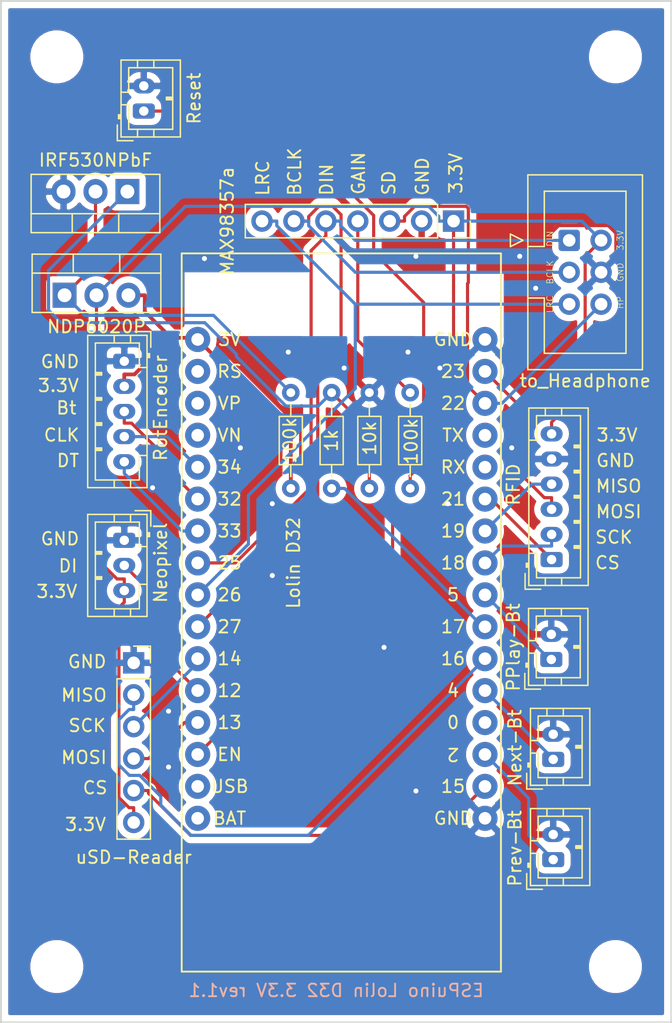
<source format=kicad_pcb>
(kicad_pcb (version 20171130) (host pcbnew 5.1.5+dfsg1-2build2)
  (layers (0 F.Cu signal) (31 B.Cu signal) (34 B.Paste user) (35 F.Paste user) (36 B.SilkS user) (37 F.SilkS user) (38 B.Mask user) (39 F.Mask user) (44 Edge.Cuts user))
  (net 0 "")
  (net 1 I2S_LRC)
  (net 2 I2S_BCLK)
  (net 3 DIN)
  (net 4 "Net-(J1-Pad4)")
  (net 5 Headphone)
  (net 6 GND)
  (net 7 SW_Power3.3)
  (net 8 NEO_DO)
  (net 9 +3V3)
  (net 10 ROTENC_BUT)
  (net 11 ROTENC_CLK)
  (net 12 ROTENC_DT)
  (net 13 BUT_NEXT)
  (net 14 CS_RFID)
  (net 15 SCK_RFID)
  (net 16 MOSI_RFID)
  (net 17 MISO_RFID)
  (net 18 BUT_PREV)
  (net 19 BUT_PPLAY)
  (net 20 MISO_SD)
  (net 21 SCK_SD)
  (net 22 MOSI_SD)
  (net 23 CS_SD)
  (net 24 "Net-(M1-Pad13)")
  (net 25 "Net-(M1-Pad14)")
  (net 26 "Net-(M1-Pad15)")
  (net 27 "Net-(M1-Pad20)")
  (net 28 "Net-(M1-Pad23)")
  (net 29 "Net-(Q1-Pad1)")
  (net 30 "Net-(Q2-Pad1)")
  (net 31 "Net-(M1-Pad1)")
  (net 32 "Net-(M1-Pad2)")
  (net 33 "Net-(M1-Pad28)")
  (net 34 "Net-(M1-Pad29)")
  (net 35 EN)
  (module MountingHole:MountingHole_3.2mm_M3 (layer F.Cu) (at 106.045 23.495)
    (fp_text reference H1 hide)
    (fp_text value MountingHole hide)
    (pad 1 np_thru_hole circle (at 0 0) (size 3.2 3.2) (drill 3.2) (layers *.Cu *.Mask))
  )
  (module MountingHole:MountingHole_3.2mm_M3 (layer F.Cu) (at 150.495 23.495)
    (fp_text reference H2 hide)
    (fp_text value MountingHole hide)
    (pad 1 np_thru_hole circle (at 0 0) (size 3.2 3.2) (drill 3.2) (layers *.Cu *.Mask))
  )
  (module MountingHole:MountingHole_3.2mm_M3 (layer F.Cu) (at 106.045 95.885)
    (fp_text reference H3 hide)
    (fp_text value MountingHole hide)
    (pad 1 np_thru_hole circle (at 0 0) (size 3.2 3.2) (drill 3.2) (layers *.Cu *.Mask))
  )
  (module MountingHole:MountingHole_3.2mm_M3 (layer F.Cu) (at 150.495 95.885)
    (fp_text reference H4 hide)
    (fp_text value MountingHole hide)
    (pad 1 np_thru_hole circle (at 0 0) (size 3.2 3.2) (drill 3.2) (layers *.Cu *.Mask))
  )
  (module Connector_JST:JST_PH_B3B-PH-K_1x03_P2.00mm_Vertical (layer F.Cu) (at 111.412 61.968 270)
    (fp_text reference J2 hide)
    (fp_text value Neopixel (at 1.786 -2.888 90) (layer F.SilkS))
    (pad 1 thru_hole roundrect (at 0 0 270) (size 1.2 1.75) (drill 0.75) (layers *.Cu *.Mask) (roundrect_rratio 0.2083325) (net 6 GND))
    (pad 2 thru_hole oval (at 2 0 270) (size 1.2 1.75) (drill 0.75) (layers *.Cu *.Mask) (net 8 NEO_DO))
    (pad 3 thru_hole oval (at 4 0 270) (size 1.2 1.75) (drill 0.75) (layers *.Cu *.Mask) (net 7 SW_Power3.3))
  )
  (module Connector_IDC:IDC-Header_2x03_P2.54mm_Vertical (layer F.Cu) (at 146.812 38.1)
    (fp_text reference J3 hide)
    (fp_text value to_Headphone (at 1.27 11.18) (layer F.SilkS))
    (pad 1 thru_hole roundrect (at 0 0) (size 1.7 1.7) (drill 1) (layers *.Cu *.Mask) (roundrect_rratio 0.1470588235294118) (net 3 DIN))
    (pad 3 thru_hole circle (at 0 2.54) (size 1.7 1.7) (drill 1) (layers *.Cu *.Mask) (net 2 I2S_BCLK))
    (pad 5 thru_hole circle (at 0 5.08) (size 1.7 1.7) (drill 1) (layers *.Cu *.Mask) (net 1 I2S_LRC))
    (pad 2 thru_hole circle (at 2.54 0) (size 1.7 1.7) (drill 1) (layers *.Cu *.Mask) (net 7 SW_Power3.3))
    (pad 4 thru_hole circle (at 2.54 2.54) (size 1.7 1.7) (drill 1) (layers *.Cu *.Mask) (net 6 GND))
    (pad 6 thru_hole circle (at 2.54 5.08) (size 1.7 1.7) (drill 1) (layers *.Cu *.Mask) (net 5 Headphone))
  )
  (module Connector_JST:JST_PH_B5B-PH-K_1x05_P2.00mm_Vertical (layer F.Cu) (at 111.412 47.718 270)
    (fp_text reference J4 hide)
    (fp_text value RotEncoder (at 3.717 -2.888 90) (layer F.SilkS))
    (pad 1 thru_hole roundrect (at 0 0 270) (size 1.2 1.75) (drill 0.75) (layers *.Cu *.Mask) (roundrect_rratio 0.2083325) (net 6 GND))
    (pad 2 thru_hole oval (at 2 0 270) (size 1.2 1.75) (drill 0.75) (layers *.Cu *.Mask) (net 9 +3V3))
    (pad 3 thru_hole oval (at 4 0 270) (size 1.2 1.75) (drill 0.75) (layers *.Cu *.Mask) (net 10 ROTENC_BUT))
    (pad 4 thru_hole oval (at 6 0 270) (size 1.2 1.75) (drill 0.75) (layers *.Cu *.Mask) (net 11 ROTENC_CLK))
    (pad 5 thru_hole oval (at 8 0 270) (size 1.2 1.75) (drill 0.75) (layers *.Cu *.Mask) (net 12 ROTENC_DT))
  )
  (module Connector_JST:JST_PH_B2B-PH-K_1x02_P2.00mm_Vertical (layer F.Cu) (at 145.542 79.4004 90)
    (fp_text reference J5 hide)
    (fp_text value Next-Bt (at 0.9144 -3.048 90) (layer F.SilkS))
    (pad 1 thru_hole roundrect (at 0 0 90) (size 1.2 1.75) (drill 0.75) (layers *.Cu *.Mask) (roundrect_rratio 0.2083325) (net 13 BUT_NEXT))
    (pad 2 thru_hole oval (at 2 0 90) (size 1.2 1.75) (drill 0.75) (layers *.Cu *.Mask) (net 6 GND))
  )
  (module Connector_JST:JST_PH_B6B-PH-K_1x06_P2.00mm_Vertical (layer F.Cu) (at 145.412 63.5 90)
    (fp_text reference J6 hide)
    (fp_text value RFID (at 5.969 -3.045 90) (layer F.SilkS))
    (pad 1 thru_hole roundrect (at 0 0 90) (size 1.2 1.75) (drill 0.75) (layers *.Cu *.Mask) (roundrect_rratio 0.2083325) (net 14 CS_RFID))
    (pad 2 thru_hole oval (at 2 0 90) (size 1.2 1.75) (drill 0.75) (layers *.Cu *.Mask) (net 15 SCK_RFID))
    (pad 3 thru_hole oval (at 4 0 90) (size 1.2 1.75) (drill 0.75) (layers *.Cu *.Mask) (net 16 MOSI_RFID))
    (pad 4 thru_hole oval (at 6 0 90) (size 1.2 1.75) (drill 0.75) (layers *.Cu *.Mask) (net 17 MISO_RFID))
    (pad 5 thru_hole oval (at 8 0 90) (size 1.2 1.75) (drill 0.75) (layers *.Cu *.Mask) (net 6 GND))
    (pad 6 thru_hole oval (at 10 0 90) (size 1.2 1.75) (drill 0.75) (layers *.Cu *.Mask) (net 7 SW_Power3.3))
  )
  (module Connector_JST:JST_PH_B2B-PH-K_1x02_P2.00mm_Vertical (layer F.Cu) (at 145.542 87.376 90)
    (fp_text reference J7 hide)
    (fp_text value Prev-Bt hide)
    (pad 2 thru_hole oval (at 2 0 90) (size 1.2 1.75) (drill 0.75) (layers *.Cu *.Mask) (net 6 GND))
    (pad 1 thru_hole roundrect (at 0 0 90) (size 1.2 1.75) (drill 0.75) (layers *.Cu *.Mask) (roundrect_rratio 0.2083325) (net 18 BUT_PREV))
  )
  (module Connector_JST:JST_PH_B2B-PH-K_1x02_P2.00mm_Vertical (layer F.Cu) (at 145.39 71.4502 90)
    (fp_text reference J8 hide)
    (fp_text value PPlay-Bt (at 0.9652 -3.023 90) (layer F.SilkS))
    (pad 1 thru_hole roundrect (at 0 0 90) (size 1.2 1.75) (drill 0.75) (layers *.Cu *.Mask) (roundrect_rratio 0.2083325) (net 19 BUT_PPLAY))
    (pad 2 thru_hole oval (at 2 0 90) (size 1.2 1.75) (drill 0.75) (layers *.Cu *.Mask) (net 6 GND))
  )
  (module footprints:LolinD32 (layer F.Cu) (at 127.412 63.768 90)
    (fp_text reference M1 hide)
    (fp_text value "Lolin D32" (at 0 -2.54 90) (layer F.SilkS))
    (fp_text user BAT (at -20.32 -7.62) (layer F.SilkS))
    (fp_text user USB (at -17.78 -7.62) (layer F.SilkS))
    (fp_text user EN (at -15.24 -7.62) (layer F.SilkS))
    (fp_text user 13 (at -12.7 -7.62) (layer F.SilkS))
    (fp_text user 12 (at -10.16 -7.62) (layer F.SilkS))
    (fp_text user 14 (at -7.62 -7.62) (layer F.SilkS))
    (fp_text user 27 (at -5.08 -7.62) (layer F.SilkS))
    (fp_text user 26 (at -2.54 -7.62) (layer F.SilkS))
    (fp_text user 25 (at 0 -7.62) (layer F.SilkS))
    (fp_text user 33 (at 2.54 -7.62) (layer F.SilkS))
    (fp_text user 32 (at 5.08 -7.62) (layer F.SilkS))
    (fp_text user 34 (at 7.62 -7.62) (layer F.SilkS))
    (fp_text user VN (at 10.16 -7.62) (layer F.SilkS))
    (fp_text user VP (at 12.7 -7.62) (layer F.SilkS))
    (fp_text user RS (at 15.24 -7.62) (layer F.SilkS))
    (fp_text user 3V (at 17.78 -7.62) (layer F.SilkS))
    (fp_text user GND (at -20.32 10.16) (layer F.SilkS))
    (fp_text user 15 (at -17.78 10.16) (layer F.SilkS))
    (fp_text user 2 (at -15.24 10.16 180 unlocked) (layer F.SilkS))
    (fp_text user 0 (at -12.7 10.16) (layer F.SilkS))
    (fp_text user 4 (at -10.16 10.16) (layer F.SilkS))
    (fp_text user 16 (at -7.62 10.16) (layer F.SilkS))
    (fp_text user 17 (at -5.08 10.16) (layer F.SilkS))
    (fp_text user 5 (at -2.54 10.16) (layer F.SilkS))
    (fp_text user 18 (at 0 10.16) (layer F.SilkS))
    (fp_text user 19 (at 2.54 10.16) (layer F.SilkS))
    (fp_text user 21 (at 5.08 10.16) (layer F.SilkS))
    (fp_text user RX (at 7.62 10.16) (layer F.SilkS))
    (fp_text user TX (at 10.16 10.16) (layer F.SilkS))
    (fp_text user 22 (at 12.7 10.16) (layer F.SilkS))
    (fp_text user 23 (at 15.24 10.16) (layer F.SilkS))
    (fp_text user GND (at 17.78 10.16) (layer F.SilkS))
    (pad 1 thru_hole circle (at -20.32 -10.16 90) (size 2 2) (drill 1) (layers *.Cu *.Mask) (net 31 "Net-(M1-Pad1)"))
    (pad 2 thru_hole circle (at -17.78 -10.16 90) (size 2 2) (drill 1) (layers *.Cu *.Mask) (net 32 "Net-(M1-Pad2)"))
    (pad 3 thru_hole circle (at -15.24 -10.16 90) (size 2 2) (drill 1) (layers *.Cu *.Mask) (net 35 EN))
    (pad 4 thru_hole circle (at -12.7 -10.16 90) (size 2 2) (drill 1) (layers *.Cu *.Mask) (net 22 MOSI_SD))
    (pad 5 thru_hole circle (at -10.16 -10.16 90) (size 2 2) (drill 1) (layers *.Cu *.Mask) (net 8 NEO_DO))
    (pad 6 thru_hole circle (at -7.62 -10.16 90) (size 2 2) (drill 1) (layers *.Cu *.Mask) (net 21 SCK_SD))
    (pad 7 thru_hole circle (at -5.08 -10.16 90) (size 2 2) (drill 1) (layers *.Cu *.Mask) (net 2 I2S_BCLK))
    (pad 8 thru_hole circle (at -2.54 -10.16 90) (size 2 2) (drill 1) (layers *.Cu *.Mask) (net 1 I2S_LRC))
    (pad 9 thru_hole circle (at 0 -10.16 90) (size 2 2) (drill 1) (layers *.Cu *.Mask) (net 3 DIN))
    (pad 10 thru_hole circle (at 2.54 -10.16 90) (size 2 2) (drill 1) (layers *.Cu *.Mask) (net 12 ROTENC_DT))
    (pad 11 thru_hole circle (at 5.08 -10.16 90) (size 2 2) (drill 1) (layers *.Cu *.Mask) (net 10 ROTENC_BUT))
    (pad 12 thru_hole circle (at 7.62 -10.16 90) (size 2 2) (drill 1) (layers *.Cu *.Mask) (net 11 ROTENC_CLK))
    (pad 13 thru_hole circle (at 10.16 -10.16 90) (size 2 2) (drill 1) (layers *.Cu *.Mask) (net 24 "Net-(M1-Pad13)"))
    (pad 14 thru_hole circle (at 12.7 -10.16 90) (size 2 2) (drill 1) (layers *.Cu *.Mask) (net 25 "Net-(M1-Pad14)"))
    (pad 15 thru_hole circle (at 15.24 -10.16 90) (size 2 2) (drill 1) (layers *.Cu *.Mask) (net 26 "Net-(M1-Pad15)"))
    (pad 16 thru_hole circle (at 17.78 -10.16 90) (size 2 2) (drill 1) (layers *.Cu *.Mask) (net 9 +3V3))
    (pad 17 thru_hole circle (at -20.32 12.7 90) (size 2 2) (drill 1) (layers *.Cu *.Mask) (net 6 GND))
    (pad 18 thru_hole circle (at -17.78 12.7 90) (size 2 2) (drill 1) (layers *.Cu *.Mask) (net 23 CS_SD))
    (pad 19 thru_hole circle (at -15.24 12.7 90) (size 2 2) (drill 1) (layers *.Cu *.Mask) (net 18 BUT_PREV))
    (pad 20 thru_hole circle (at -12.7 12.7 90) (size 2 2) (drill 1) (layers *.Cu *.Mask) (net 27 "Net-(M1-Pad20)"))
    (pad 21 thru_hole circle (at -10.16 12.7 90) (size 2 2) (drill 1) (layers *.Cu *.Mask) (net 13 BUT_NEXT))
    (pad 22 thru_hole circle (at -7.62 12.7 90) (size 2 2) (drill 1) (layers *.Cu *.Mask) (net 20 MISO_SD))
    (pad 23 thru_hole circle (at -5.08 12.7 90) (size 2 2) (drill 1) (layers *.Cu *.Mask) (net 28 "Net-(M1-Pad23)"))
    (pad 24 thru_hole circle (at -2.54 12.7 90) (size 2 2) (drill 1) (layers *.Cu *.Mask) (net 19 BUT_PPLAY))
    (pad 25 thru_hole circle (at 0 12.7 90) (size 2 2) (drill 1) (layers *.Cu *.Mask) (net 15 SCK_RFID))
    (pad 26 thru_hole circle (at 2.54 12.7 90) (size 2 2) (drill 1) (layers *.Cu *.Mask) (net 17 MISO_RFID))
    (pad 27 thru_hole circle (at 5.08 12.7 90) (size 2 2) (drill 1) (layers *.Cu *.Mask) (net 14 CS_RFID))
    (pad 28 thru_hole circle (at 7.62 12.7 90) (size 2 2) (drill 1) (layers *.Cu *.Mask) (net 33 "Net-(M1-Pad28)"))
    (pad 29 thru_hole circle (at 10.16 12.7 90) (size 2 2) (drill 1) (layers *.Cu *.Mask) (net 34 "Net-(M1-Pad29)"))
    (pad 30 thru_hole circle (at 12.7 12.7 90) (size 2 2) (drill 1) (layers *.Cu *.Mask) (net 5 Headphone))
    (pad 31 thru_hole circle (at 15.24 12.7 90) (size 2 2) (drill 1) (layers *.Cu *.Mask) (net 16 MOSI_RFID))
    (pad 32 thru_hole circle (at 17.78 12.7 90) (size 2 2) (drill 1) (layers *.Cu *.Mask) (net 6 GND))
  )
  (module Package_TO_SOT_THT:TO-220-3_Vertical (layer F.Cu) (at 106.662 42.468)
    (fp_text reference Q1 hide)
    (fp_text value NDP6020P (at 2.54 2.5) (layer F.SilkS))
    (pad 3 thru_hole oval (at 5.08 0) (size 1.905 2) (drill 1.1) (layers *.Cu *.Mask) (net 9 +3V3))
    (pad 2 thru_hole oval (at 2.54 0) (size 1.905 2) (drill 1.1) (layers *.Cu *.Mask) (net 7 SW_Power3.3))
    (pad 1 thru_hole rect (at 0 0) (size 1.905 2) (drill 1.1) (layers *.Cu *.Mask) (net 29 "Net-(Q1-Pad1)"))
  )
  (module Package_TO_SOT_THT:TO-220-3_Vertical (layer F.Cu) (at 111.662 34.218 180)
    (fp_text reference Q2 hide)
    (fp_text value IRF530NPbF (at 2.54 2.5) (layer F.SilkS))
    (pad 1 thru_hole rect (at 0 0 180) (size 1.905 2) (drill 1.1) (layers *.Cu *.Mask) (net 30 "Net-(Q2-Pad1)"))
    (pad 2 thru_hole oval (at 2.54 0 180) (size 1.905 2) (drill 1.1) (layers *.Cu *.Mask) (net 29 "Net-(Q1-Pad1)"))
    (pad 3 thru_hole oval (at 5.08 0 180) (size 1.905 2) (drill 1.1) (layers *.Cu *.Mask) (net 6 GND))
  )
  (module Resistor_THT:R_Axial_DIN0204_L3.6mm_D1.6mm_P7.62mm_Horizontal (layer F.Cu) (at 134.162 50.218 270)
    (fp_text reference R1 hide)
    (fp_text value 100k (at 3.884 -0.077 90) (layer F.SilkS))
    (pad 2 thru_hole oval (at 7.62 0 270) (size 1.4 1.4) (drill 0.7) (layers *.Cu *.Mask) (net 7 SW_Power3.3))
    (pad 1 thru_hole circle (at 0 0 270) (size 1.4 1.4) (drill 0.7) (layers *.Cu *.Mask) (net 4 "Net-(J1-Pad4)"))
  )
  (module Resistor_THT:R_Axial_DIN0204_L3.6mm_D1.6mm_P7.62mm_Horizontal (layer F.Cu) (at 127.912 50.218 270)
    (fp_text reference R2 hide)
    (fp_text value 1k (at 3.81 0.023 90) (layer F.SilkS))
    (pad 1 thru_hole circle (at 0 0 270) (size 1.4 1.4) (drill 0.7) (layers *.Cu *.Mask) (net 30 "Net-(Q2-Pad1)"))
    (pad 2 thru_hole oval (at 7.62 0 270) (size 1.4 1.4) (drill 0.7) (layers *.Cu *.Mask) (net 28 "Net-(M1-Pad23)"))
  )
  (module Resistor_THT:R_Axial_DIN0204_L3.6mm_D1.6mm_P7.62mm_Horizontal (layer F.Cu) (at 124.662 50.218 270)
    (fp_text reference R3 hide)
    (fp_text value 100k (at 3.81 0.075 90) (layer F.SilkS))
    (pad 1 thru_hole circle (at 0 0 270) (size 1.4 1.4) (drill 0.7) (layers *.Cu *.Mask) (net 29 "Net-(Q1-Pad1)"))
    (pad 2 thru_hole oval (at 7.62 0 270) (size 1.4 1.4) (drill 0.7) (layers *.Cu *.Mask) (net 9 +3V3))
  )
  (module Resistor_THT:R_Axial_DIN0204_L3.6mm_D1.6mm_P7.62mm_Horizontal (layer F.Cu) (at 130.912 50.218 270)
    (fp_text reference R4 hide)
    (fp_text value 10k (at 3.63 -0.025 90) (layer F.SilkS))
    (pad 2 thru_hole oval (at 7.62 0 270) (size 1.4 1.4) (drill 0.7) (layers *.Cu *.Mask) (net 30 "Net-(Q2-Pad1)"))
    (pad 1 thru_hole circle (at 0 0 270) (size 1.4 1.4) (drill 0.7) (layers *.Cu *.Mask) (net 6 GND))
  )
  (module Connector_PinSocket_2.54mm:PinSocket_1x07_P2.54mm_Vertical (layer F.Cu) (at 137.612 36.568 270)
    (fp_text reference J1 hide)
    (fp_text value MAX98357a (at 0 18.01 90) (layer F.SilkS))
    (pad 1 thru_hole rect (at 0 0 270) (size 1.7 1.7) (drill 1) (layers *.Cu *.Mask) (net 7 SW_Power3.3))
    (pad 2 thru_hole oval (at 0 2.54 270) (size 1.7 1.7) (drill 1) (layers *.Cu *.Mask) (net 6 GND))
    (pad 3 thru_hole oval (at 0 5.08 270) (size 1.7 1.7) (drill 1) (layers *.Cu *.Mask) (net 5 Headphone))
    (pad 4 thru_hole oval (at 0 7.62 270) (size 1.7 1.7) (drill 1) (layers *.Cu *.Mask) (net 4 "Net-(J1-Pad4)"))
    (pad 5 thru_hole oval (at 0 10.16 270) (size 1.7 1.7) (drill 1) (layers *.Cu *.Mask) (net 3 DIN))
    (pad 6 thru_hole oval (at 0 12.7 270) (size 1.7 1.7) (drill 1) (layers *.Cu *.Mask) (net 2 I2S_BCLK))
    (pad 7 thru_hole oval (at 0 15.24 270) (size 1.7 1.7) (drill 1) (layers *.Cu *.Mask) (net 1 I2S_LRC))
  )
  (module Connector_JST:JST_PH_B2B-PH-K_1x02_P2.00mm_Vertical (layer F.Cu) (at 112.966 27.813 90)
    (fp_text reference J9 hide)
    (fp_text value Reset (at 1 4 90) (layer F.SilkS))
    (pad 1 thru_hole roundrect (at 0 0 90) (size 1.2 1.75) (drill 0.75) (layers *.Cu *.Mask) (roundrect_rratio 0.2083325) (net 35 EN))
    (pad 2 thru_hole oval (at 2 0 90) (size 1.2 1.75) (drill 0.75) (layers *.Cu *.Mask) (net 6 GND))
  )
  (module Connector_PinSocket_2.54mm:PinSocket_1x06_P2.54mm_Vertical (layer F.Cu) (at 112.162 71.718)
    (fp_text reference J10 hide)
    (fp_text value uSD-Reader (at 0 15.47) (layer F.SilkS))
    (pad 1 thru_hole rect (at 0 0) (size 1.7 1.7) (drill 1) (layers *.Cu *.Mask) (net 6 GND))
    (pad 2 thru_hole oval (at 0 2.54) (size 1.7 1.7) (drill 1) (layers *.Cu *.Mask) (net 20 MISO_SD))
    (pad 3 thru_hole oval (at 0 5.08) (size 1.7 1.7) (drill 1) (layers *.Cu *.Mask) (net 21 SCK_SD))
    (pad 4 thru_hole oval (at 0 7.62) (size 1.7 1.7) (drill 1) (layers *.Cu *.Mask) (net 22 MOSI_SD))
    (pad 5 thru_hole oval (at 0 10.16) (size 1.7 1.7) (drill 1) (layers *.Cu *.Mask) (net 23 CS_SD))
    (pad 6 thru_hole oval (at 0 12.7) (size 1.7 1.7) (drill 1) (layers *.Cu *.Mask) (net 7 SW_Power3.3))
  )
  (gr_line (start 101.6 100.33) (end 101.6 19.05) (layer Edge.Cuts) (width 0.15))
  (gr_line (start 154.94 100.33) (end 101.6 100.33) (layer Edge.Cuts) (width 0.15))
  (gr_line (start 154.94 19.05) (end 154.94 100.33) (layer Edge.Cuts) (width 0.15))
  (gr_line (start 101.6 19.05) (end 154.94 19.05) (layer Edge.Cuts) (width 0.15))
  (gr_text "ESPuino Lolin D32 3.3V rev1.1" (at 128.27 97.79) (layer B.SilkS) (effects (font (size 1 1)) (justify mirror)))
  (gr_text 3.3V (at 137.795 32.766 90) (layer F.SilkS) (effects (font (size 1 1))))
  (gr_text GND (at 135.128 33.02 90) (layer F.SilkS) (effects (font (size 1 1))))
  (gr_text SD (at 132.461 33.528 90) (layer F.SilkS) (effects (font (size 1 1))))
  (gr_text GAIN (at 130.048 32.766 90) (layer F.SilkS) (effects (font (size 1 1))))
  (gr_text DIN (at 127.508 33.274 90) (layer F.SilkS) (effects (font (size 1 1))))
  (gr_text BCLK (at 124.968 32.639 90) (layer F.SilkS) (effects (font (size 1 1))))
  (gr_text LRC (at 122.428 33.147 90) (layer F.SilkS) (effects (font (size 1 1))))
  (gr_text LRC (at 145.288 43.18 90) (layer F.SilkS) (effects (font (size 0.5 0.5) (thickness 0.05))))
  (gr_text BCLK (at 145.288 40.64 90) (layer F.SilkS) (effects (font (size 0.5 0.5) (thickness 0.05))))
  (gr_text DIN (at 145.288 37.973 90) (layer F.SilkS) (effects (font (size 0.5 0.5) (thickness 0.05))))
  (gr_text 3.3V (at 150.876 38.1 90) (layer F.SilkS) (effects (font (size 0.5 0.5) (thickness 0.05))))
  (gr_text GND (at 150.876 40.64 90) (layer F.SilkS) (effects (font (size 0.5 0.5) (thickness 0.05))))
  (gr_text HP (at 150.876 43.053 90) (layer F.SilkS) (effects (font (size 0.5 0.5) (thickness 0.05))))
  (gr_text CS (at 149.86 63.754) (layer F.SilkS) (effects (font (size 1 1))))
  (gr_text SCK (at 150.368 61.722) (layer F.SilkS) (effects (font (size 1 1))))
  (gr_text MOSI (at 150.749 59.69) (layer F.SilkS) (effects (font (size 1 1))))
  (gr_text MISO (at 150.749 57.658) (layer F.SilkS) (effects (font (size 1 1))))
  (gr_text GND (at 150.495 55.626) (layer F.SilkS) (effects (font (size 1 1))))
  (gr_text 3.3V (at 150.622 53.594) (layer F.SilkS) (effects (font (size 1 1))))
  (gr_text Prev-Bt (at 142.494 86.487 90) (layer F.SilkS) (effects (font (size 1 1))))
  (gr_text 3.3V (at 108.331 84.582) (layer F.SilkS) (effects (font (size 1 1))))
  (gr_text CS (at 109.093 81.661) (layer F.SilkS) (effects (font (size 1 1))))
  (gr_text MOSI (at 108.204 79.248) (layer F.SilkS) (effects (font (size 1 1))))
  (gr_text SCK (at 108.458 76.708) (layer F.SilkS) (effects (font (size 1 1))))
  (gr_text MISO (at 108.204 74.295) (layer F.SilkS) (effects (font (size 1 1))))
  (gr_text GND (at 108.458 71.628) (layer F.SilkS) (effects (font (size 1 1))))
  (gr_text 3.3V (at 106.045 66.04) (layer F.SilkS) (effects (font (size 1 1))))
  (gr_text DI (at 106.934 64.008) (layer F.SilkS) (effects (font (size 1 1))))
  (gr_text GND (at 106.299 61.849) (layer F.SilkS) (effects (font (size 1 1))))
  (gr_text DT (at 106.934 55.626) (layer F.SilkS) (effects (font (size 1 1))))
  (gr_text CLK (at 106.426 53.594) (layer F.SilkS) (effects (font (size 1 1))))
  (gr_text Bt (at 106.807 51.435) (layer F.SilkS) (effects (font (size 1 1))))
  (gr_text 3.3V (at 106.172 49.657) (layer F.SilkS) (effects (font (size 1 1))))
  (gr_text GND (at 106.299 47.752) (layer F.SilkS) (effects (font (size 1 1))))
  (segment (start 129.792 43.18) (end 146.812 43.18) (width 0.25) (layer B.Cu) (net 1))
  (segment (start 123.5473 36.568) (end 123.5473 36.9353) (width 0.25) (layer B.Cu) (net 1))
  (segment (start 123.5473 36.9353) (end 129.792 43.18) (width 0.25) (layer B.Cu) (net 1))
  (segment (start 117.252 66.308) (end 121.287 62.273) (width 0.25) (layer B.Cu) (net 1))
  (segment (start 121.287 62.273) (end 121.287 58.3929) (width 0.25) (layer B.Cu) (net 1))
  (segment (start 121.287 58.3929) (end 129.792 49.8879) (width 0.25) (layer B.Cu) (net 1))
  (segment (start 129.792 49.8879) (end 129.792 43.18) (width 0.25) (layer B.Cu) (net 1))
  (segment (start 122.372 36.568) (end 123.5473 36.568) (width 0.25) (layer B.Cu) (net 1))
  (segment (start 124.912 36.568) (end 126.0873 36.568) (width 0.25) (layer F.Cu) (net 2))
  (segment (start 126.0873 36.568) (end 126.0873 36.2007) (width 0.25) (layer F.Cu) (net 2))
  (segment (start 126.0873 36.2007) (end 126.903 35.385) (width 0.25) (layer F.Cu) (net 2))
  (segment (start 126.903 35.385) (end 127.9847 35.385) (width 0.25) (layer F.Cu) (net 2))
  (segment (start 127.9847 35.385) (end 128.6606 36.0609) (width 0.25) (layer F.Cu) (net 2))
  (segment (start 128.6606 36.0609) (end 128.6606 46.0482) (width 0.25) (layer F.Cu) (net 2))
  (segment (start 128.6606 46.0482) (end 126.8069 47.9019) (width 0.25) (layer F.Cu) (net 2))
  (segment (start 126.8069 47.9019) (end 126.8069 59.2931) (width 0.25) (layer F.Cu) (net 2))
  (segment (start 126.8069 59.2931) (end 117.252 68.848) (width 0.25) (layer F.Cu) (net 2))
  (segment (start 124.912 36.568) (end 126.0873 36.568) (width 0.25) (layer B.Cu) (net 2))
  (segment (start 126.0873 36.568) (end 126.0873 36.9353) (width 0.25) (layer B.Cu) (net 2))
  (segment (start 126.0873 36.9353) (end 129.792 40.64) (width 0.25) (layer B.Cu) (net 2))
  (segment (start 129.792 40.64) (end 146.812 40.64) (width 0.25) (layer B.Cu) (net 2))
  (segment (start 127.452 36.568) (end 127.452 37.7433) (width 0.25) (layer F.Cu) (net 3))
  (segment (start 127.452 37.7433) (end 126.2767 38.9186) (width 0.25) (layer F.Cu) (net 3))
  (segment (start 126.2767 38.9186) (end 126.2767 57.7399) (width 0.25) (layer F.Cu) (net 3))
  (segment (start 126.2767 57.7399) (end 120.2486 63.768) (width 0.25) (layer F.Cu) (net 3))
  (segment (start 120.2486 63.768) (end 117.252 63.768) (width 0.25) (layer F.Cu) (net 3))
  (segment (start 127.452 36.568) (end 128.6273 36.568) (width 0.25) (layer B.Cu) (net 3))
  (segment (start 128.6273 36.568) (end 128.6273 36.9353) (width 0.25) (layer B.Cu) (net 3))
  (segment (start 128.6273 36.9353) (end 129.792 38.1) (width 0.25) (layer B.Cu) (net 3))
  (segment (start 129.792 38.1) (end 146.812 38.1) (width 0.25) (layer B.Cu) (net 3))
  (segment (start 129.992 36.568) (end 129.992 46.048) (width 0.25) (layer F.Cu) (net 4))
  (segment (start 129.992 46.048) (end 134.162 50.218) (width 0.25) (layer F.Cu) (net 4))
  (segment (start 132.532 36.568) (end 133.7073 36.568) (width 0.25) (layer F.Cu) (net 5))
  (segment (start 133.7073 36.568) (end 133.7073 36.2007) (width 0.25) (layer F.Cu) (net 5))
  (segment (start 133.7073 36.2007) (end 134.5154 35.3926) (width 0.25) (layer F.Cu) (net 5))
  (segment (start 134.5154 35.3926) (end 138.6287 35.3926) (width 0.25) (layer F.Cu) (net 5))
  (segment (start 138.6287 35.3926) (end 138.7896 35.5535) (width 0.25) (layer F.Cu) (net 5))
  (segment (start 138.7896 35.5535) (end 138.7896 41.4659) (width 0.25) (layer F.Cu) (net 5))
  (segment (start 138.7896 41.4659) (end 138.724 41.5315) (width 0.25) (layer F.Cu) (net 5))
  (segment (start 138.724 41.5315) (end 138.724 49.68) (width 0.25) (layer F.Cu) (net 5))
  (segment (start 138.724 49.68) (end 140.112 51.068) (width 0.25) (layer F.Cu) (net 5))
  (segment (start 140.112 51.068) (end 141.464 51.068) (width 0.25) (layer B.Cu) (net 5))
  (segment (start 141.464 51.068) (end 149.352 43.18) (width 0.25) (layer B.Cu) (net 5))
  (via (at 117.79 39.55) (size 0.8) (drill 0.4) (layers F.Cu B.Cu) (net 6))
  (via (at 132.08 70.485) (size 0.8) (drill 0.4) (layers F.Cu B.Cu) (net 6))
  (via (at 134.62 81.915) (size 0.8) (drill 0.4) (layers F.Cu B.Cu) (net 6))
  (via (at 123.19 64.77) (size 0.8) (drill 0.4) (layers F.Cu B.Cu) (net 6))
  (via (at 137.16 59.055) (size 0.8) (drill 0.4) (layers F.Cu B.Cu) (net 6))
  (via (at 136.525 48.26) (size 0.8) (drill 0.4) (layers F.Cu B.Cu) (net 6))
  (via (at 133.985 46.99) (size 0.8) (drill 0.4) (layers F.Cu B.Cu) (net 6))
  (via (at 114.3 50.165) (size 0.8) (drill 0.4) (layers F.Cu B.Cu) (net 6))
  (via (at 123.19 59.055) (size 0.8) (drill 0.4) (layers F.Cu B.Cu) (net 6))
  (via (at 120.65 54.61) (size 0.8) (drill 0.4) (layers F.Cu B.Cu) (net 6))
  (via (at 113.665 57.785) (size 0.8) (drill 0.4) (layers F.Cu B.Cu) (net 6))
  (via (at 144.145 41.91) (size 0.8) (drill 0.4) (layers F.Cu B.Cu) (net 6))
  (via (at 142.875 39.37) (size 0.8) (drill 0.4) (layers F.Cu B.Cu) (net 6))
  (via (at 134.62 39.37) (size 0.8) (drill 0.4) (layers F.Cu B.Cu) (net 6))
  (via (at 114.935 75.565) (size 0.8) (drill 0.4) (layers F.Cu B.Cu) (net 6))
  (segment (start 114.935 75.565) (end 114.935 80.01) (width 0.3) (layer B.Cu) (net 6))
  (segment (start 114.935 80.01) (end 114.935 80.01) (width 0.3) (layer B.Cu) (net 6))
  (via (at 114.935 80.01) (size 0.8) (drill 0.4) (layers F.Cu B.Cu) (net 6))
  (segment (start 135.072 38.918) (end 134.62 39.37) (width 0.3) (layer F.Cu) (net 6))
  (segment (start 135.072 36.568) (end 135.072 38.918) (width 0.3) (layer F.Cu) (net 6))
  (segment (start 144.145 38.718454) (end 144.145 41.91) (width 0.3) (layer F.Cu) (net 6))
  (segment (start 145.963464 36.89999) (end 144.145 38.718454) (width 0.3) (layer F.Cu) (net 6))
  (segment (start 149.927992 36.89999) (end 145.963464 36.89999) (width 0.3) (layer F.Cu) (net 6))
  (segment (start 150.552001 37.523999) (end 149.927992 36.89999) (width 0.3) (layer F.Cu) (net 6))
  (segment (start 150.552001 39.439999) (end 150.552001 37.523999) (width 0.3) (layer F.Cu) (net 6))
  (segment (start 149.352 40.64) (end 150.552001 39.439999) (width 0.3) (layer F.Cu) (net 6))
  (via (at 128.905 48.26) (size 0.8) (drill 0.4) (layers F.Cu B.Cu) (net 6))
  (segment (start 128.905 48.26) (end 125.095 48.26) (width 0.3) (layer B.Cu) (net 6))
  (segment (start 125.095 48.26) (end 124.46 47.625) (width 0.3) (layer B.Cu) (net 6))
  (via (at 124.46 46.99) (size 0.8) (drill 0.4) (layers F.Cu B.Cu) (net 6))
  (via (at 142.24 54.61) (size 0.8) (drill 0.4) (layers F.Cu B.Cu) (net 6))
  (segment (start 112.966 25.813) (end 111.347 25.813) (width 0.3) (layer F.Cu) (net 6))
  (segment (start 106.582 30.578) (end 106.582 34.218) (width 0.3) (layer F.Cu) (net 6))
  (segment (start 111.347 25.813) (end 106.582 30.578) (width 0.3) (layer F.Cu) (net 6))
  (segment (start 137.612 36.568) (end 136.4367 36.568) (width 0.25) (layer B.Cu) (net 7))
  (segment (start 109.202 42.468) (end 116.2773 35.3927) (width 0.25) (layer B.Cu) (net 7))
  (segment (start 116.2773 35.3927) (end 135.6288 35.3927) (width 0.25) (layer B.Cu) (net 7))
  (segment (start 135.6288 35.3927) (end 136.4367 36.2006) (width 0.25) (layer B.Cu) (net 7))
  (segment (start 136.4367 36.2006) (end 136.4367 36.568) (width 0.25) (layer B.Cu) (net 7))
  (segment (start 134.162 57.838) (end 134.162 56.8127) (width 0.25) (layer F.Cu) (net 7))
  (segment (start 137.612 36.568) (end 137.612 53.3627) (width 0.25) (layer F.Cu) (net 7))
  (segment (start 137.612 53.3627) (end 134.162 56.8127) (width 0.25) (layer F.Cu) (net 7))
  (segment (start 145.412 53.5) (end 145.412 52.5747) (width 0.25) (layer F.Cu) (net 7))
  (segment (start 145.412 52.5747) (end 148.082 49.9047) (width 0.25) (layer F.Cu) (net 7))
  (segment (start 148.082 49.9047) (end 148.082 39.37) (width 0.25) (layer F.Cu) (net 7))
  (segment (start 148.082 39.37) (end 149.352 38.1) (width 0.25) (layer F.Cu) (net 7))
  (segment (start 111.412 65.968) (end 111.412 65.0427) (width 0.25) (layer F.Cu) (net 7))
  (segment (start 109.202 42.468) (end 109.202 63.411) (width 0.25) (layer F.Cu) (net 7))
  (segment (start 109.202 63.411) (end 110.8337 65.0427) (width 0.25) (layer F.Cu) (net 7))
  (segment (start 110.8337 65.0427) (end 111.412 65.0427) (width 0.25) (layer F.Cu) (net 7))
  (segment (start 137.612 36.568) (end 147.82 36.568) (width 0.25) (layer B.Cu) (net 7))
  (segment (start 147.82 36.568) (end 149.352 38.1) (width 0.25) (layer B.Cu) (net 7))
  (segment (start 111.412 65.968) (end 111.412 66.8933) (width 0.25) (layer F.Cu) (net 7))
  (segment (start 112.162 84.418) (end 112.162 83.2427) (width 0.25) (layer F.Cu) (net 7))
  (segment (start 112.162 83.2427) (end 111.7947 83.2427) (width 0.25) (layer F.Cu) (net 7))
  (segment (start 111.7947 83.2427) (end 110.9866 82.4346) (width 0.25) (layer F.Cu) (net 7))
  (segment (start 110.9866 82.4346) (end 110.9866 67.3187) (width 0.25) (layer F.Cu) (net 7))
  (segment (start 110.9866 67.3187) (end 111.412 66.8933) (width 0.25) (layer F.Cu) (net 7))
  (segment (start 117.252 73.928) (end 113.6385 70.3145) (width 0.25) (layer F.Cu) (net 8))
  (segment (start 113.6385 70.3145) (end 113.6385 66.1945) (width 0.25) (layer F.Cu) (net 8))
  (segment (start 113.6385 66.1945) (end 111.412 63.968) (width 0.25) (layer F.Cu) (net 8))
  (segment (start 111.742 42.468) (end 113.0448 42.468) (width 0.3) (layer F.Cu) (net 9))
  (segment (start 115.1316 45.8576) (end 112.2215 48.7677) (width 0.3) (layer F.Cu) (net 9))
  (segment (start 112.2215 48.7677) (end 111.412 48.7677) (width 0.3) (layer F.Cu) (net 9))
  (segment (start 117.252 45.988) (end 117.1216 45.8576) (width 0.3) (layer F.Cu) (net 9))
  (segment (start 117.1216 45.8576) (end 115.1316 45.8576) (width 0.3) (layer F.Cu) (net 9))
  (segment (start 113.0448 42.468) (end 113.0448 43.7708) (width 0.3) (layer F.Cu) (net 9))
  (segment (start 113.0448 43.7708) (end 115.1316 45.8576) (width 0.3) (layer F.Cu) (net 9))
  (segment (start 111.412 49.718) (end 111.412 48.7677) (width 0.3) (layer F.Cu) (net 9))
  (segment (start 124.662 57.838) (end 124.662 53.398) (width 0.3) (layer F.Cu) (net 9))
  (segment (start 124.662 53.398) (end 117.252 45.988) (width 0.3) (layer F.Cu) (net 9))
  (segment (start 111.412 51.718) (end 111.412 52.6433) (width 0.25) (layer F.Cu) (net 10))
  (segment (start 117.252 58.688) (end 114.1317 55.5677) (width 0.25) (layer F.Cu) (net 10))
  (segment (start 114.1317 55.5677) (end 114.1317 54.7847) (width 0.25) (layer F.Cu) (net 10))
  (segment (start 114.1317 54.7847) (end 111.9903 52.6433) (width 0.25) (layer F.Cu) (net 10))
  (segment (start 111.9903 52.6433) (end 111.412 52.6433) (width 0.25) (layer F.Cu) (net 10))
  (segment (start 117.252 56.148) (end 114.822 53.718) (width 0.25) (layer B.Cu) (net 11))
  (segment (start 114.822 53.718) (end 111.412 53.718) (width 0.25) (layer B.Cu) (net 11))
  (segment (start 111.412 55.718) (end 111.412 56.6433) (width 0.25) (layer B.Cu) (net 12))
  (segment (start 117.252 61.228) (end 115.9967 61.228) (width 0.25) (layer B.Cu) (net 12))
  (segment (start 115.9967 61.228) (end 111.412 56.6433) (width 0.25) (layer B.Cu) (net 12))
  (segment (start 140.112 73.928) (end 145.542 79.358) (width 0.25) (layer B.Cu) (net 13))
  (segment (start 145.542 79.358) (end 145.542 79.4004) (width 0.25) (layer B.Cu) (net 13))
  (segment (start 145.412 63.5) (end 140.6 58.688) (width 0.25) (layer F.Cu) (net 14))
  (segment (start 140.6 58.688) (end 140.112 58.688) (width 0.25) (layer F.Cu) (net 14))
  (segment (start 145.412 61.5) (end 145.412 62.4253) (width 0.25) (layer B.Cu) (net 15))
  (segment (start 140.112 63.768) (end 141.4547 62.4253) (width 0.25) (layer B.Cu) (net 15))
  (segment (start 141.4547 62.4253) (end 145.412 62.4253) (width 0.25) (layer B.Cu) (net 15))
  (segment (start 145.412 59.5) (end 145.412 58.5747) (width 0.25) (layer F.Cu) (net 16))
  (segment (start 140.112 48.528) (end 143.0256 51.4416) (width 0.25) (layer F.Cu) (net 16))
  (segment (start 143.0256 51.4416) (end 143.0256 56.7666) (width 0.25) (layer F.Cu) (net 16))
  (segment (start 143.0256 56.7666) (end 144.8337 58.5747) (width 0.25) (layer F.Cu) (net 16))
  (segment (start 144.8337 58.5747) (end 145.412 58.5747) (width 0.25) (layer F.Cu) (net 16))
  (segment (start 140.112 61.228) (end 143.84 57.5) (width 0.25) (layer B.Cu) (net 17))
  (segment (start 143.84 57.5) (end 145.412 57.5) (width 0.25) (layer B.Cu) (net 17))
  (segment (start 140.112 79.008) (end 143.5926 82.4886) (width 0.25) (layer B.Cu) (net 18))
  (segment (start 143.5926 82.4886) (end 143.5926 85.4266) (width 0.25) (layer B.Cu) (net 18))
  (segment (start 143.5926 85.4266) (end 145.542 87.376) (width 0.25) (layer B.Cu) (net 18))
  (segment (start 140.112 66.308) (end 145.2542 71.4502) (width 0.25) (layer B.Cu) (net 19))
  (segment (start 145.2542 71.4502) (end 145.39 71.4502) (width 0.25) (layer B.Cu) (net 19))
  (segment (start 112.162 74.258) (end 112.162 75.4333) (width 0.25) (layer B.Cu) (net 20))
  (segment (start 112.162 75.4333) (end 111.7947 75.4333) (width 0.25) (layer B.Cu) (net 20))
  (segment (start 111.7947 75.4333) (end 110.9675 76.2605) (width 0.25) (layer B.Cu) (net 20))
  (segment (start 110.9675 76.2605) (end 110.9675 79.824) (width 0.25) (layer B.Cu) (net 20))
  (segment (start 110.9675 79.824) (end 111.8167 80.6732) (width 0.25) (layer B.Cu) (net 20))
  (segment (start 111.8167 80.6732) (end 112.6429 80.6732) (width 0.25) (layer B.Cu) (net 20))
  (segment (start 112.6429 80.6732) (end 114.3185 82.3488) (width 0.25) (layer B.Cu) (net 20))
  (segment (start 114.3185 82.3488) (end 114.3185 83.0371) (width 0.25) (layer B.Cu) (net 20))
  (segment (start 114.3185 83.0371) (end 116.7301 85.4487) (width 0.25) (layer B.Cu) (net 20))
  (segment (start 116.7301 85.4487) (end 126.0513 85.4487) (width 0.25) (layer B.Cu) (net 20))
  (segment (start 126.0513 85.4487) (end 140.112 71.388) (width 0.25) (layer B.Cu) (net 20))
  (segment (start 112.162 76.798) (end 117.252 71.708) (width 0.25) (layer B.Cu) (net 21))
  (segment (start 117.252 71.708) (end 117.252 71.388) (width 0.25) (layer B.Cu) (net 21))
  (segment (start 112.162 79.338) (end 113.3373 79.338) (width 0.25) (layer F.Cu) (net 22))
  (segment (start 113.3373 79.338) (end 116.2073 76.468) (width 0.25) (layer F.Cu) (net 22))
  (segment (start 116.2073 76.468) (end 117.252 76.468) (width 0.25) (layer F.Cu) (net 22))
  (segment (start 112.162 81.878) (end 113.3373 81.878) (width 0.25) (layer F.Cu) (net 23))
  (segment (start 113.3373 81.878) (end 113.3373 82.0984) (width 0.25) (layer F.Cu) (net 23))
  (segment (start 113.3373 82.0984) (end 116.6863 85.4474) (width 0.25) (layer F.Cu) (net 23))
  (segment (start 116.6863 85.4474) (end 136.2126 85.4474) (width 0.25) (layer F.Cu) (net 23))
  (segment (start 136.2126 85.4474) (end 140.112 81.548) (width 0.25) (layer F.Cu) (net 23))
  (segment (start 127.912 57.838) (end 128.9373 57.838) (width 0.25) (layer B.Cu) (net 28))
  (segment (start 128.9373 57.838) (end 139.9473 68.848) (width 0.25) (layer B.Cu) (net 28))
  (segment (start 139.9473 68.848) (end 140.112 68.848) (width 0.25) (layer B.Cu) (net 28))
  (segment (start 109.122 34.218) (end 109.122 40.008) (width 0.25) (layer F.Cu) (net 29))
  (segment (start 109.122 40.008) (end 106.662 42.468) (width 0.25) (layer F.Cu) (net 29))
  (segment (start 124.662 50.218) (end 118.5132 44.0692) (width 0.25) (layer B.Cu) (net 29))
  (segment (start 118.5132 44.0692) (end 108.2632 44.0692) (width 0.25) (layer B.Cu) (net 29))
  (segment (start 108.2632 44.0692) (end 106.662 42.468) (width 0.25) (layer B.Cu) (net 29))
  (segment (start 127.912 50.218) (end 126.8446 51.2854) (width 0.25) (layer B.Cu) (net 30))
  (segment (start 126.8446 51.2854) (end 124.2785 51.2854) (width 0.25) (layer B.Cu) (net 30))
  (segment (start 124.2785 51.2854) (end 120.3356 47.3425) (width 0.25) (layer B.Cu) (net 30))
  (segment (start 120.3356 47.3425) (end 120.3356 47.1663) (width 0.25) (layer B.Cu) (net 30))
  (segment (start 120.3356 47.1663) (end 117.8227 44.6534) (width 0.25) (layer B.Cu) (net 30))
  (segment (start 117.8227 44.6534) (end 106.3748 44.6534) (width 0.25) (layer B.Cu) (net 30))
  (segment (start 106.3748 44.6534) (end 105.3841 43.6627) (width 0.25) (layer B.Cu) (net 30))
  (segment (start 105.3841 43.6627) (end 105.3841 40.4959) (width 0.25) (layer B.Cu) (net 30))
  (segment (start 105.3841 40.4959) (end 111.662 34.218) (width 0.25) (layer B.Cu) (net 30))
  (segment (start 127.912 50.218) (end 130.912 53.218) (width 0.25) (layer F.Cu) (net 30))
  (segment (start 130.912 53.218) (end 130.912 57.838) (width 0.25) (layer F.Cu) (net 30))
  (segment (start 117.252 79.008) (end 132.7621 63.4979) (width 0.25) (layer F.Cu) (net 35))
  (segment (start 132.7621 63.4979) (end 132.7621 53.7241) (width 0.25) (layer F.Cu) (net 35))
  (segment (start 132.7621 53.7241) (end 135.2335 51.2527) (width 0.25) (layer F.Cu) (net 35))
  (segment (start 135.2335 51.2527) (end 135.2335 43.0453) (width 0.25) (layer F.Cu) (net 35))
  (segment (start 135.2335 43.0453) (end 131.2548 39.0666) (width 0.25) (layer F.Cu) (net 35))
  (segment (start 131.2548 39.0666) (end 131.2548 36.1179) (width 0.25) (layer F.Cu) (net 35))
  (segment (start 131.2548 36.1179) (end 122.9499 27.813) (width 0.25) (layer F.Cu) (net 35))
  (segment (start 122.9499 27.813) (end 112.966 27.813) (width 0.25) (layer F.Cu) (net 35))
  (zone (net 0) (net_name "") (layers F&B.Cu) (connect_pads (clearance 0.508)) (min_thickness 0.254)
    (keepout (tracks allowed) (vias allowed) (copperpour not_allowed))
    (fill (arc_segments 32) (thermal_gap 0.508) (thermal_bridge_width 0.508))
    (polygon (pts (xy 141.605 45.72) (xy 116.205 45.72) (xy 116.205 40.64) (xy 141.605 40.64)))
  )
  (zone (net 6) (net_name GND) (layer F.Cu) (connect_pads (clearance 0.508)) (min_thickness 0.254) (fill yes (arc_segments 32) (thermal_gap 0.508) (thermal_bridge_width 0.508))
    (polygon (pts (xy 154.94 100.33) (xy 101.6 100.33) (xy 101.6 19.05) (xy 154.94 19.05)))
  )
  (zone (net 6) (net_name GND) (layer B.Cu) (connect_pads (clearance 0.508)) (min_thickness 0.254) (fill yes (arc_segments 32) (thermal_gap 0.508) (thermal_bridge_width 0.508))
    (polygon (pts (xy 154.94 100.33) (xy 101.6 100.33) (xy 101.6 19.05) (xy 154.94 19.05)))
  )
)
</source>
